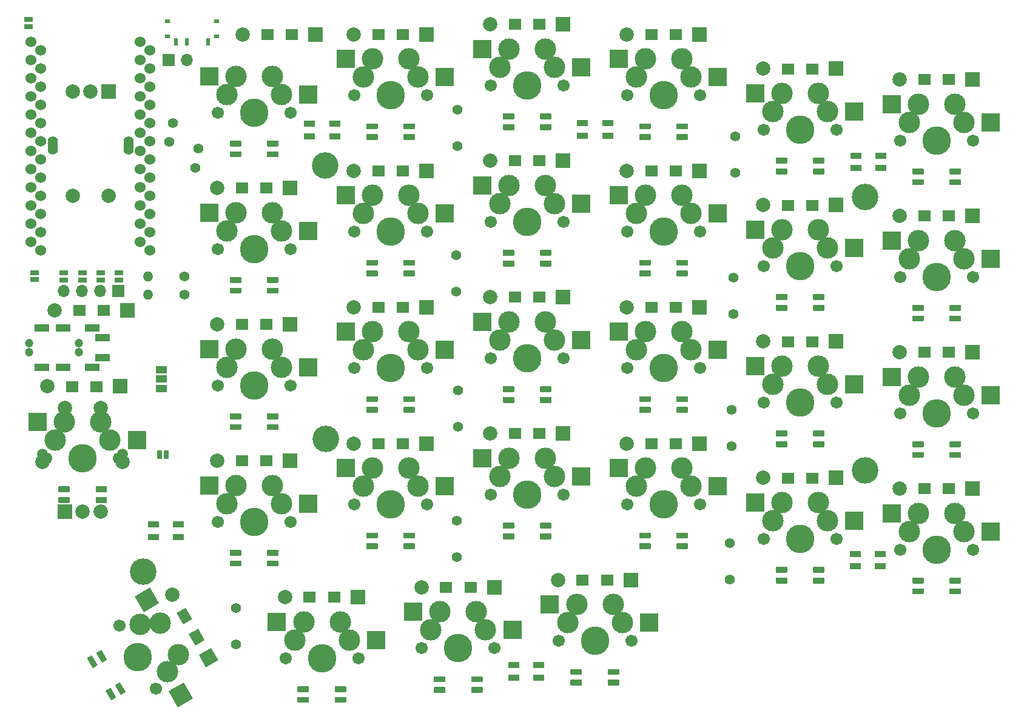
<source format=gts>
%TF.GenerationSoftware,KiCad,Pcbnew,(5.1.9)-1*%
%TF.CreationDate,2021-12-03T15:32:29+01:00*%
%TF.ProjectId,Lotus58_Glow,4c6f7475-7335-4385-9f47-6c6f772e6b69,v1.21*%
%TF.SameCoordinates,Original*%
%TF.FileFunction,Soldermask,Top*%
%TF.FilePolarity,Negative*%
%FSLAX46Y46*%
G04 Gerber Fmt 4.6, Leading zero omitted, Abs format (unit mm)*
G04 Created by KiCad (PCBNEW (5.1.9)-1) date 2021-12-03 15:32:29*
%MOMM*%
%LPD*%
G01*
G04 APERTURE LIST*
%ADD10R,2.000000X2.000000*%
%ADD11C,2.000000*%
%ADD12O,1.400000X2.600000*%
%ADD13C,1.524000*%
%ADD14R,0.800000X0.500000*%
%ADD15R,0.500000X1.000000*%
%ADD16R,1.998980X1.998980*%
%ADD17C,1.998980*%
%ADD18R,1.800000X1.500000*%
%ADD19O,1.700000X1.700000*%
%ADD20R,1.700000X1.700000*%
%ADD21C,1.500000*%
%ADD22R,1.500000X1.000000*%
%ADD23R,1.600000X0.850000*%
%ADD24R,0.635000X1.143000*%
%ADD25R,2.550000X2.500000*%
%ADD26C,1.701800*%
%ADD27C,3.987800*%
%ADD28C,3.000000*%
%ADD29O,1.400000X1.400000*%
%ADD30C,1.400000*%
%ADD31C,1.397000*%
%ADD32R,1.143000X0.635000*%
%ADD33C,3.700000*%
%ADD34C,0.100000*%
%ADD35C,1.200000*%
%ADD36R,2.100000X1.000000*%
G04 APERTURE END LIST*
D10*
X94067000Y-47094000D03*
D11*
X91567000Y-47094000D03*
X89067000Y-47094000D03*
D12*
X96867000Y-54594000D03*
X86267000Y-54594000D03*
D11*
X94067000Y-61594000D03*
X89067000Y-61594000D03*
D13*
X84584815Y-46405745D03*
X99824815Y-64185745D03*
X84584815Y-56565745D03*
X99824815Y-54025745D03*
X99824815Y-48945745D03*
X84584815Y-66725745D03*
X99824815Y-46405745D03*
X99824815Y-41325745D03*
X84584815Y-61645745D03*
X99824815Y-69265745D03*
X84584815Y-54025745D03*
X84584815Y-43865745D03*
X84584815Y-48945745D03*
X84584815Y-51485745D03*
X84584815Y-64185745D03*
X84584815Y-59105745D03*
X99824815Y-61645745D03*
X99824815Y-59105745D03*
X84584815Y-69265745D03*
X99824815Y-66725745D03*
X99824815Y-43865745D03*
X84584815Y-41325745D03*
X99824815Y-56565745D03*
X99824815Y-51485745D03*
X83286000Y-40130000D03*
X83286000Y-42670000D03*
X83286000Y-45210000D03*
X83286000Y-47750000D03*
X83286000Y-50290000D03*
X83286000Y-52830000D03*
X83286000Y-55370000D03*
X83286000Y-57910000D03*
X83286000Y-60450000D03*
X83286000Y-62990000D03*
X83286000Y-65530000D03*
X83286000Y-68070000D03*
X98526000Y-68070000D03*
X98526000Y-65530000D03*
X98526000Y-62990000D03*
X98526000Y-60450000D03*
X98526000Y-57910000D03*
X98526000Y-55370000D03*
X98526000Y-52830000D03*
X98526000Y-50290000D03*
X98526000Y-47750000D03*
X98526000Y-45210000D03*
X98526000Y-42670000D03*
X98526000Y-40130000D03*
D14*
X109180000Y-39350000D03*
X109180000Y-37250000D03*
X102280000Y-37250000D03*
X102280000Y-39350000D03*
D15*
X103480000Y-40150000D03*
X104980000Y-40150000D03*
X107980000Y-40150000D03*
D16*
X96730000Y-77662540D03*
D17*
X86570000Y-77662540D03*
D18*
X93430000Y-77660000D03*
X90030000Y-77660000D03*
D19*
X87820500Y-74943500D03*
X90360500Y-74943500D03*
X92900500Y-74943500D03*
D20*
X95440500Y-74943500D03*
D11*
X96074800Y-98825300D03*
D21*
X96074800Y-97745300D03*
X84874800Y-97745300D03*
D10*
X87974800Y-105785300D03*
D11*
X90474800Y-105785300D03*
X92974800Y-105785300D03*
X87974800Y-91285300D03*
X92974800Y-91285300D03*
X84874800Y-98825300D03*
D22*
X101430000Y-88530000D03*
X101430000Y-87230000D03*
X101430000Y-85930000D03*
D23*
X122138500Y-51576000D03*
X122138500Y-53326000D03*
X125638500Y-51576000D03*
X125638500Y-53326000D03*
X160238500Y-51512500D03*
X160238500Y-53262500D03*
X163738500Y-51512500D03*
X163738500Y-53262500D03*
X198402000Y-56021000D03*
X198402000Y-57771000D03*
X201902000Y-56021000D03*
X201902000Y-57771000D03*
X201775000Y-111647000D03*
X201775000Y-113397000D03*
X198275000Y-113397000D03*
X198275000Y-111647000D03*
X154150000Y-128954500D03*
X154150000Y-127204500D03*
X150650000Y-128954500D03*
X150650000Y-127204500D03*
X100358000Y-107519500D03*
X100358000Y-109269500D03*
X103858000Y-107519500D03*
X103858000Y-109269500D03*
D24*
X101169620Y-97820000D03*
X102170380Y-97820000D03*
D16*
X122960000Y-39107460D03*
D17*
X112800000Y-39107460D03*
D18*
X119660000Y-39110000D03*
X116260000Y-39110000D03*
D25*
X160060000Y-43670000D03*
D26*
X147420000Y-46210000D03*
X157580000Y-46210000D03*
D27*
X152500000Y-46210000D03*
D28*
X148690000Y-43670000D03*
X155040000Y-41130000D03*
D25*
X146210000Y-41130000D03*
D28*
X149960000Y-41130000D03*
X156310000Y-43670000D03*
D29*
X99568000Y-75438000D03*
D30*
X104648000Y-75438000D03*
D29*
X99568000Y-72898000D03*
D30*
X104648000Y-72898000D03*
D19*
X105030000Y-42660000D03*
D20*
X102490000Y-42660000D03*
D31*
X111840000Y-124300000D03*
X111840000Y-119220000D03*
X180830000Y-110120000D03*
X180830000Y-115200000D03*
X142720000Y-106990000D03*
X142720000Y-112070000D03*
X181000000Y-96620000D03*
X181000000Y-91540000D03*
X142820000Y-93900000D03*
X142820000Y-88820000D03*
X181300000Y-78150000D03*
X181300000Y-73070000D03*
X142570000Y-69940000D03*
X142570000Y-75020000D03*
X181540000Y-58440000D03*
X181540000Y-53360000D03*
X142750000Y-54690000D03*
X142750000Y-49610000D03*
G36*
G01*
X163832000Y-129220000D02*
X165268000Y-129220000D01*
G75*
G02*
X165350000Y-129302000I0J-82000D01*
G01*
X165350000Y-129958000D01*
G75*
G02*
X165268000Y-130040000I-82000J0D01*
G01*
X163832000Y-130040000D01*
G75*
G02*
X163750000Y-129958000I0J82000D01*
G01*
X163750000Y-129302000D01*
G75*
G02*
X163832000Y-129220000I82000J0D01*
G01*
G37*
G36*
G01*
X163832000Y-127720000D02*
X165268000Y-127720000D01*
G75*
G02*
X165350000Y-127802000I0J-82000D01*
G01*
X165350000Y-128458000D01*
G75*
G02*
X165268000Y-128540000I-82000J0D01*
G01*
X163832000Y-128540000D01*
G75*
G02*
X163750000Y-128458000I0J82000D01*
G01*
X163750000Y-127802000D01*
G75*
G02*
X163832000Y-127720000I82000J0D01*
G01*
G37*
G36*
G01*
X158632000Y-129220000D02*
X160068000Y-129220000D01*
G75*
G02*
X160150000Y-129302000I0J-82000D01*
G01*
X160150000Y-129958000D01*
G75*
G02*
X160068000Y-130040000I-82000J0D01*
G01*
X158632000Y-130040000D01*
G75*
G02*
X158550000Y-129958000I0J82000D01*
G01*
X158550000Y-129302000D01*
G75*
G02*
X158632000Y-129220000I82000J0D01*
G01*
G37*
G36*
G01*
X158632000Y-127720000D02*
X160068000Y-127720000D01*
G75*
G02*
X160150000Y-127802000I0J-82000D01*
G01*
X160150000Y-128458000D01*
G75*
G02*
X160068000Y-128540000I-82000J0D01*
G01*
X158632000Y-128540000D01*
G75*
G02*
X158550000Y-128458000I0J82000D01*
G01*
X158550000Y-127802000D01*
G75*
G02*
X158632000Y-127720000I82000J0D01*
G01*
G37*
G36*
G01*
X144779700Y-130248300D02*
X146215700Y-130248300D01*
G75*
G02*
X146297700Y-130330300I0J-82000D01*
G01*
X146297700Y-130986300D01*
G75*
G02*
X146215700Y-131068300I-82000J0D01*
G01*
X144779700Y-131068300D01*
G75*
G02*
X144697700Y-130986300I0J82000D01*
G01*
X144697700Y-130330300D01*
G75*
G02*
X144779700Y-130248300I82000J0D01*
G01*
G37*
G36*
G01*
X144779700Y-128748300D02*
X146215700Y-128748300D01*
G75*
G02*
X146297700Y-128830300I0J-82000D01*
G01*
X146297700Y-129486300D01*
G75*
G02*
X146215700Y-129568300I-82000J0D01*
G01*
X144779700Y-129568300D01*
G75*
G02*
X144697700Y-129486300I0J82000D01*
G01*
X144697700Y-128830300D01*
G75*
G02*
X144779700Y-128748300I82000J0D01*
G01*
G37*
G36*
G01*
X139579700Y-130248300D02*
X141015700Y-130248300D01*
G75*
G02*
X141097700Y-130330300I0J-82000D01*
G01*
X141097700Y-130986300D01*
G75*
G02*
X141015700Y-131068300I-82000J0D01*
G01*
X139579700Y-131068300D01*
G75*
G02*
X139497700Y-130986300I0J82000D01*
G01*
X139497700Y-130330300D01*
G75*
G02*
X139579700Y-130248300I82000J0D01*
G01*
G37*
G36*
G01*
X139579700Y-128748300D02*
X141015700Y-128748300D01*
G75*
G02*
X141097700Y-128830300I0J-82000D01*
G01*
X141097700Y-129486300D01*
G75*
G02*
X141015700Y-129568300I-82000J0D01*
G01*
X139579700Y-129568300D01*
G75*
G02*
X139497700Y-129486300I0J82000D01*
G01*
X139497700Y-128830300D01*
G75*
G02*
X139579700Y-128748300I82000J0D01*
G01*
G37*
G36*
G01*
X125732000Y-131620000D02*
X127168000Y-131620000D01*
G75*
G02*
X127250000Y-131702000I0J-82000D01*
G01*
X127250000Y-132358000D01*
G75*
G02*
X127168000Y-132440000I-82000J0D01*
G01*
X125732000Y-132440000D01*
G75*
G02*
X125650000Y-132358000I0J82000D01*
G01*
X125650000Y-131702000D01*
G75*
G02*
X125732000Y-131620000I82000J0D01*
G01*
G37*
G36*
G01*
X125732000Y-130120000D02*
X127168000Y-130120000D01*
G75*
G02*
X127250000Y-130202000I0J-82000D01*
G01*
X127250000Y-130858000D01*
G75*
G02*
X127168000Y-130940000I-82000J0D01*
G01*
X125732000Y-130940000D01*
G75*
G02*
X125650000Y-130858000I0J82000D01*
G01*
X125650000Y-130202000D01*
G75*
G02*
X125732000Y-130120000I82000J0D01*
G01*
G37*
G36*
G01*
X120532000Y-131620000D02*
X121968000Y-131620000D01*
G75*
G02*
X122050000Y-131702000I0J-82000D01*
G01*
X122050000Y-132358000D01*
G75*
G02*
X121968000Y-132440000I-82000J0D01*
G01*
X120532000Y-132440000D01*
G75*
G02*
X120450000Y-132358000I0J82000D01*
G01*
X120450000Y-131702000D01*
G75*
G02*
X120532000Y-131620000I82000J0D01*
G01*
G37*
G36*
G01*
X120532000Y-130120000D02*
X121968000Y-130120000D01*
G75*
G02*
X122050000Y-130202000I0J-82000D01*
G01*
X122050000Y-130858000D01*
G75*
G02*
X121968000Y-130940000I-82000J0D01*
G01*
X120532000Y-130940000D01*
G75*
G02*
X120450000Y-130858000I0J82000D01*
G01*
X120450000Y-130202000D01*
G75*
G02*
X120532000Y-130120000I82000J0D01*
G01*
G37*
G36*
G01*
X94418142Y-130387359D02*
X95136142Y-131630971D01*
G75*
G02*
X95106128Y-131742985I-71014J-41000D01*
G01*
X94538016Y-132070985D01*
G75*
G02*
X94426002Y-132040971I-41000J71014D01*
G01*
X93708002Y-130797359D01*
G75*
G02*
X93738016Y-130685345I71014J41000D01*
G01*
X94306128Y-130357345D01*
G75*
G02*
X94418142Y-130387359I41000J-71014D01*
G01*
G37*
G36*
G01*
X95717180Y-129637359D02*
X96435180Y-130880971D01*
G75*
G02*
X96405166Y-130992985I-71014J-41000D01*
G01*
X95837054Y-131320985D01*
G75*
G02*
X95725040Y-131290971I-41000J71014D01*
G01*
X95007040Y-130047359D01*
G75*
G02*
X95037054Y-129935345I71014J41000D01*
G01*
X95605166Y-129607345D01*
G75*
G02*
X95717180Y-129637359I41000J-71014D01*
G01*
G37*
G36*
G01*
X91818142Y-125884027D02*
X92536142Y-127127639D01*
G75*
G02*
X92506128Y-127239653I-71014J-41000D01*
G01*
X91938016Y-127567653D01*
G75*
G02*
X91826002Y-127537639I-41000J71014D01*
G01*
X91108002Y-126294027D01*
G75*
G02*
X91138016Y-126182013I71014J41000D01*
G01*
X91706128Y-125854013D01*
G75*
G02*
X91818142Y-125884027I41000J-71014D01*
G01*
G37*
G36*
G01*
X93117180Y-125134027D02*
X93835180Y-126377639D01*
G75*
G02*
X93805166Y-126489653I-71014J-41000D01*
G01*
X93237054Y-126817653D01*
G75*
G02*
X93125040Y-126787639I-41000J71014D01*
G01*
X92407040Y-125544027D01*
G75*
G02*
X92437054Y-125432013I71014J41000D01*
G01*
X93005166Y-125104013D01*
G75*
G02*
X93117180Y-125134027I41000J-71014D01*
G01*
G37*
G36*
G01*
X88592800Y-103025300D02*
X87156800Y-103025300D01*
G75*
G02*
X87074800Y-102943300I0J82000D01*
G01*
X87074800Y-102287300D01*
G75*
G02*
X87156800Y-102205300I82000J0D01*
G01*
X88592800Y-102205300D01*
G75*
G02*
X88674800Y-102287300I0J-82000D01*
G01*
X88674800Y-102943300D01*
G75*
G02*
X88592800Y-103025300I-82000J0D01*
G01*
G37*
G36*
G01*
X88592800Y-104525300D02*
X87156800Y-104525300D01*
G75*
G02*
X87074800Y-104443300I0J82000D01*
G01*
X87074800Y-103787300D01*
G75*
G02*
X87156800Y-103705300I82000J0D01*
G01*
X88592800Y-103705300D01*
G75*
G02*
X88674800Y-103787300I0J-82000D01*
G01*
X88674800Y-104443300D01*
G75*
G02*
X88592800Y-104525300I-82000J0D01*
G01*
G37*
G36*
G01*
X93792800Y-103025300D02*
X92356800Y-103025300D01*
G75*
G02*
X92274800Y-102943300I0J82000D01*
G01*
X92274800Y-102287300D01*
G75*
G02*
X92356800Y-102205300I82000J0D01*
G01*
X93792800Y-102205300D01*
G75*
G02*
X93874800Y-102287300I0J-82000D01*
G01*
X93874800Y-102943300D01*
G75*
G02*
X93792800Y-103025300I-82000J0D01*
G01*
G37*
G36*
G01*
X93792800Y-104525300D02*
X92356800Y-104525300D01*
G75*
G02*
X92274800Y-104443300I0J82000D01*
G01*
X92274800Y-103787300D01*
G75*
G02*
X92356800Y-103705300I82000J0D01*
G01*
X93792800Y-103705300D01*
G75*
G02*
X93874800Y-103787300I0J-82000D01*
G01*
X93874800Y-104443300D01*
G75*
G02*
X93792800Y-104525300I-82000J0D01*
G01*
G37*
G36*
G01*
X207768000Y-115790000D02*
X206332000Y-115790000D01*
G75*
G02*
X206250000Y-115708000I0J82000D01*
G01*
X206250000Y-115052000D01*
G75*
G02*
X206332000Y-114970000I82000J0D01*
G01*
X207768000Y-114970000D01*
G75*
G02*
X207850000Y-115052000I0J-82000D01*
G01*
X207850000Y-115708000D01*
G75*
G02*
X207768000Y-115790000I-82000J0D01*
G01*
G37*
G36*
G01*
X207768000Y-117290000D02*
X206332000Y-117290000D01*
G75*
G02*
X206250000Y-117208000I0J82000D01*
G01*
X206250000Y-116552000D01*
G75*
G02*
X206332000Y-116470000I82000J0D01*
G01*
X207768000Y-116470000D01*
G75*
G02*
X207850000Y-116552000I0J-82000D01*
G01*
X207850000Y-117208000D01*
G75*
G02*
X207768000Y-117290000I-82000J0D01*
G01*
G37*
G36*
G01*
X212968000Y-115790000D02*
X211532000Y-115790000D01*
G75*
G02*
X211450000Y-115708000I0J82000D01*
G01*
X211450000Y-115052000D01*
G75*
G02*
X211532000Y-114970000I82000J0D01*
G01*
X212968000Y-114970000D01*
G75*
G02*
X213050000Y-115052000I0J-82000D01*
G01*
X213050000Y-115708000D01*
G75*
G02*
X212968000Y-115790000I-82000J0D01*
G01*
G37*
G36*
G01*
X212968000Y-117290000D02*
X211532000Y-117290000D01*
G75*
G02*
X211450000Y-117208000I0J82000D01*
G01*
X211450000Y-116552000D01*
G75*
G02*
X211532000Y-116470000I82000J0D01*
G01*
X212968000Y-116470000D01*
G75*
G02*
X213050000Y-116552000I0J-82000D01*
G01*
X213050000Y-117208000D01*
G75*
G02*
X212968000Y-117290000I-82000J0D01*
G01*
G37*
G36*
G01*
X188718000Y-114290000D02*
X187282000Y-114290000D01*
G75*
G02*
X187200000Y-114208000I0J82000D01*
G01*
X187200000Y-113552000D01*
G75*
G02*
X187282000Y-113470000I82000J0D01*
G01*
X188718000Y-113470000D01*
G75*
G02*
X188800000Y-113552000I0J-82000D01*
G01*
X188800000Y-114208000D01*
G75*
G02*
X188718000Y-114290000I-82000J0D01*
G01*
G37*
G36*
G01*
X188718000Y-115790000D02*
X187282000Y-115790000D01*
G75*
G02*
X187200000Y-115708000I0J82000D01*
G01*
X187200000Y-115052000D01*
G75*
G02*
X187282000Y-114970000I82000J0D01*
G01*
X188718000Y-114970000D01*
G75*
G02*
X188800000Y-115052000I0J-82000D01*
G01*
X188800000Y-115708000D01*
G75*
G02*
X188718000Y-115790000I-82000J0D01*
G01*
G37*
G36*
G01*
X193918000Y-114290000D02*
X192482000Y-114290000D01*
G75*
G02*
X192400000Y-114208000I0J82000D01*
G01*
X192400000Y-113552000D01*
G75*
G02*
X192482000Y-113470000I82000J0D01*
G01*
X193918000Y-113470000D01*
G75*
G02*
X194000000Y-113552000I0J-82000D01*
G01*
X194000000Y-114208000D01*
G75*
G02*
X193918000Y-114290000I-82000J0D01*
G01*
G37*
G36*
G01*
X193918000Y-115790000D02*
X192482000Y-115790000D01*
G75*
G02*
X192400000Y-115708000I0J82000D01*
G01*
X192400000Y-115052000D01*
G75*
G02*
X192482000Y-114970000I82000J0D01*
G01*
X193918000Y-114970000D01*
G75*
G02*
X194000000Y-115052000I0J-82000D01*
G01*
X194000000Y-115708000D01*
G75*
G02*
X193918000Y-115790000I-82000J0D01*
G01*
G37*
G36*
G01*
X169668000Y-109490000D02*
X168232000Y-109490000D01*
G75*
G02*
X168150000Y-109408000I0J82000D01*
G01*
X168150000Y-108752000D01*
G75*
G02*
X168232000Y-108670000I82000J0D01*
G01*
X169668000Y-108670000D01*
G75*
G02*
X169750000Y-108752000I0J-82000D01*
G01*
X169750000Y-109408000D01*
G75*
G02*
X169668000Y-109490000I-82000J0D01*
G01*
G37*
G36*
G01*
X169668000Y-110990000D02*
X168232000Y-110990000D01*
G75*
G02*
X168150000Y-110908000I0J82000D01*
G01*
X168150000Y-110252000D01*
G75*
G02*
X168232000Y-110170000I82000J0D01*
G01*
X169668000Y-110170000D01*
G75*
G02*
X169750000Y-110252000I0J-82000D01*
G01*
X169750000Y-110908000D01*
G75*
G02*
X169668000Y-110990000I-82000J0D01*
G01*
G37*
G36*
G01*
X174868000Y-109490000D02*
X173432000Y-109490000D01*
G75*
G02*
X173350000Y-109408000I0J82000D01*
G01*
X173350000Y-108752000D01*
G75*
G02*
X173432000Y-108670000I82000J0D01*
G01*
X174868000Y-108670000D01*
G75*
G02*
X174950000Y-108752000I0J-82000D01*
G01*
X174950000Y-109408000D01*
G75*
G02*
X174868000Y-109490000I-82000J0D01*
G01*
G37*
G36*
G01*
X174868000Y-110990000D02*
X173432000Y-110990000D01*
G75*
G02*
X173350000Y-110908000I0J82000D01*
G01*
X173350000Y-110252000D01*
G75*
G02*
X173432000Y-110170000I82000J0D01*
G01*
X174868000Y-110170000D01*
G75*
G02*
X174950000Y-110252000I0J-82000D01*
G01*
X174950000Y-110908000D01*
G75*
G02*
X174868000Y-110990000I-82000J0D01*
G01*
G37*
G36*
G01*
X150618000Y-108100000D02*
X149182000Y-108100000D01*
G75*
G02*
X149100000Y-108018000I0J82000D01*
G01*
X149100000Y-107362000D01*
G75*
G02*
X149182000Y-107280000I82000J0D01*
G01*
X150618000Y-107280000D01*
G75*
G02*
X150700000Y-107362000I0J-82000D01*
G01*
X150700000Y-108018000D01*
G75*
G02*
X150618000Y-108100000I-82000J0D01*
G01*
G37*
G36*
G01*
X150618000Y-109600000D02*
X149182000Y-109600000D01*
G75*
G02*
X149100000Y-109518000I0J82000D01*
G01*
X149100000Y-108862000D01*
G75*
G02*
X149182000Y-108780000I82000J0D01*
G01*
X150618000Y-108780000D01*
G75*
G02*
X150700000Y-108862000I0J-82000D01*
G01*
X150700000Y-109518000D01*
G75*
G02*
X150618000Y-109600000I-82000J0D01*
G01*
G37*
G36*
G01*
X155818000Y-108100000D02*
X154382000Y-108100000D01*
G75*
G02*
X154300000Y-108018000I0J82000D01*
G01*
X154300000Y-107362000D01*
G75*
G02*
X154382000Y-107280000I82000J0D01*
G01*
X155818000Y-107280000D01*
G75*
G02*
X155900000Y-107362000I0J-82000D01*
G01*
X155900000Y-108018000D01*
G75*
G02*
X155818000Y-108100000I-82000J0D01*
G01*
G37*
G36*
G01*
X155818000Y-109600000D02*
X154382000Y-109600000D01*
G75*
G02*
X154300000Y-109518000I0J82000D01*
G01*
X154300000Y-108862000D01*
G75*
G02*
X154382000Y-108780000I82000J0D01*
G01*
X155818000Y-108780000D01*
G75*
G02*
X155900000Y-108862000I0J-82000D01*
G01*
X155900000Y-109518000D01*
G75*
G02*
X155818000Y-109600000I-82000J0D01*
G01*
G37*
G36*
G01*
X131568000Y-109490000D02*
X130132000Y-109490000D01*
G75*
G02*
X130050000Y-109408000I0J82000D01*
G01*
X130050000Y-108752000D01*
G75*
G02*
X130132000Y-108670000I82000J0D01*
G01*
X131568000Y-108670000D01*
G75*
G02*
X131650000Y-108752000I0J-82000D01*
G01*
X131650000Y-109408000D01*
G75*
G02*
X131568000Y-109490000I-82000J0D01*
G01*
G37*
G36*
G01*
X131568000Y-110990000D02*
X130132000Y-110990000D01*
G75*
G02*
X130050000Y-110908000I0J82000D01*
G01*
X130050000Y-110252000D01*
G75*
G02*
X130132000Y-110170000I82000J0D01*
G01*
X131568000Y-110170000D01*
G75*
G02*
X131650000Y-110252000I0J-82000D01*
G01*
X131650000Y-110908000D01*
G75*
G02*
X131568000Y-110990000I-82000J0D01*
G01*
G37*
G36*
G01*
X136768000Y-109490000D02*
X135332000Y-109490000D01*
G75*
G02*
X135250000Y-109408000I0J82000D01*
G01*
X135250000Y-108752000D01*
G75*
G02*
X135332000Y-108670000I82000J0D01*
G01*
X136768000Y-108670000D01*
G75*
G02*
X136850000Y-108752000I0J-82000D01*
G01*
X136850000Y-109408000D01*
G75*
G02*
X136768000Y-109490000I-82000J0D01*
G01*
G37*
G36*
G01*
X136768000Y-110990000D02*
X135332000Y-110990000D01*
G75*
G02*
X135250000Y-110908000I0J82000D01*
G01*
X135250000Y-110252000D01*
G75*
G02*
X135332000Y-110170000I82000J0D01*
G01*
X136768000Y-110170000D01*
G75*
G02*
X136850000Y-110252000I0J-82000D01*
G01*
X136850000Y-110908000D01*
G75*
G02*
X136768000Y-110990000I-82000J0D01*
G01*
G37*
G36*
G01*
X112518000Y-111890000D02*
X111082000Y-111890000D01*
G75*
G02*
X111000000Y-111808000I0J82000D01*
G01*
X111000000Y-111152000D01*
G75*
G02*
X111082000Y-111070000I82000J0D01*
G01*
X112518000Y-111070000D01*
G75*
G02*
X112600000Y-111152000I0J-82000D01*
G01*
X112600000Y-111808000D01*
G75*
G02*
X112518000Y-111890000I-82000J0D01*
G01*
G37*
G36*
G01*
X112518000Y-113390000D02*
X111082000Y-113390000D01*
G75*
G02*
X111000000Y-113308000I0J82000D01*
G01*
X111000000Y-112652000D01*
G75*
G02*
X111082000Y-112570000I82000J0D01*
G01*
X112518000Y-112570000D01*
G75*
G02*
X112600000Y-112652000I0J-82000D01*
G01*
X112600000Y-113308000D01*
G75*
G02*
X112518000Y-113390000I-82000J0D01*
G01*
G37*
G36*
G01*
X117718000Y-111890000D02*
X116282000Y-111890000D01*
G75*
G02*
X116200000Y-111808000I0J82000D01*
G01*
X116200000Y-111152000D01*
G75*
G02*
X116282000Y-111070000I82000J0D01*
G01*
X117718000Y-111070000D01*
G75*
G02*
X117800000Y-111152000I0J-82000D01*
G01*
X117800000Y-111808000D01*
G75*
G02*
X117718000Y-111890000I-82000J0D01*
G01*
G37*
G36*
G01*
X117718000Y-113390000D02*
X116282000Y-113390000D01*
G75*
G02*
X116200000Y-113308000I0J82000D01*
G01*
X116200000Y-112652000D01*
G75*
G02*
X116282000Y-112570000I82000J0D01*
G01*
X117718000Y-112570000D01*
G75*
G02*
X117800000Y-112652000I0J-82000D01*
G01*
X117800000Y-113308000D01*
G75*
G02*
X117718000Y-113390000I-82000J0D01*
G01*
G37*
G36*
G01*
X211532000Y-97420000D02*
X212968000Y-97420000D01*
G75*
G02*
X213050000Y-97502000I0J-82000D01*
G01*
X213050000Y-98158000D01*
G75*
G02*
X212968000Y-98240000I-82000J0D01*
G01*
X211532000Y-98240000D01*
G75*
G02*
X211450000Y-98158000I0J82000D01*
G01*
X211450000Y-97502000D01*
G75*
G02*
X211532000Y-97420000I82000J0D01*
G01*
G37*
G36*
G01*
X211532000Y-95920000D02*
X212968000Y-95920000D01*
G75*
G02*
X213050000Y-96002000I0J-82000D01*
G01*
X213050000Y-96658000D01*
G75*
G02*
X212968000Y-96740000I-82000J0D01*
G01*
X211532000Y-96740000D01*
G75*
G02*
X211450000Y-96658000I0J82000D01*
G01*
X211450000Y-96002000D01*
G75*
G02*
X211532000Y-95920000I82000J0D01*
G01*
G37*
G36*
G01*
X206332000Y-97420000D02*
X207768000Y-97420000D01*
G75*
G02*
X207850000Y-97502000I0J-82000D01*
G01*
X207850000Y-98158000D01*
G75*
G02*
X207768000Y-98240000I-82000J0D01*
G01*
X206332000Y-98240000D01*
G75*
G02*
X206250000Y-98158000I0J82000D01*
G01*
X206250000Y-97502000D01*
G75*
G02*
X206332000Y-97420000I82000J0D01*
G01*
G37*
G36*
G01*
X206332000Y-95920000D02*
X207768000Y-95920000D01*
G75*
G02*
X207850000Y-96002000I0J-82000D01*
G01*
X207850000Y-96658000D01*
G75*
G02*
X207768000Y-96740000I-82000J0D01*
G01*
X206332000Y-96740000D01*
G75*
G02*
X206250000Y-96658000I0J82000D01*
G01*
X206250000Y-96002000D01*
G75*
G02*
X206332000Y-95920000I82000J0D01*
G01*
G37*
G36*
G01*
X192482000Y-95920000D02*
X193918000Y-95920000D01*
G75*
G02*
X194000000Y-96002000I0J-82000D01*
G01*
X194000000Y-96658000D01*
G75*
G02*
X193918000Y-96740000I-82000J0D01*
G01*
X192482000Y-96740000D01*
G75*
G02*
X192400000Y-96658000I0J82000D01*
G01*
X192400000Y-96002000D01*
G75*
G02*
X192482000Y-95920000I82000J0D01*
G01*
G37*
G36*
G01*
X192482000Y-94420000D02*
X193918000Y-94420000D01*
G75*
G02*
X194000000Y-94502000I0J-82000D01*
G01*
X194000000Y-95158000D01*
G75*
G02*
X193918000Y-95240000I-82000J0D01*
G01*
X192482000Y-95240000D01*
G75*
G02*
X192400000Y-95158000I0J82000D01*
G01*
X192400000Y-94502000D01*
G75*
G02*
X192482000Y-94420000I82000J0D01*
G01*
G37*
G36*
G01*
X187282000Y-95920000D02*
X188718000Y-95920000D01*
G75*
G02*
X188800000Y-96002000I0J-82000D01*
G01*
X188800000Y-96658000D01*
G75*
G02*
X188718000Y-96740000I-82000J0D01*
G01*
X187282000Y-96740000D01*
G75*
G02*
X187200000Y-96658000I0J82000D01*
G01*
X187200000Y-96002000D01*
G75*
G02*
X187282000Y-95920000I82000J0D01*
G01*
G37*
G36*
G01*
X187282000Y-94420000D02*
X188718000Y-94420000D01*
G75*
G02*
X188800000Y-94502000I0J-82000D01*
G01*
X188800000Y-95158000D01*
G75*
G02*
X188718000Y-95240000I-82000J0D01*
G01*
X187282000Y-95240000D01*
G75*
G02*
X187200000Y-95158000I0J82000D01*
G01*
X187200000Y-94502000D01*
G75*
G02*
X187282000Y-94420000I82000J0D01*
G01*
G37*
G36*
G01*
X173432000Y-91120000D02*
X174868000Y-91120000D01*
G75*
G02*
X174950000Y-91202000I0J-82000D01*
G01*
X174950000Y-91858000D01*
G75*
G02*
X174868000Y-91940000I-82000J0D01*
G01*
X173432000Y-91940000D01*
G75*
G02*
X173350000Y-91858000I0J82000D01*
G01*
X173350000Y-91202000D01*
G75*
G02*
X173432000Y-91120000I82000J0D01*
G01*
G37*
G36*
G01*
X173432000Y-89620000D02*
X174868000Y-89620000D01*
G75*
G02*
X174950000Y-89702000I0J-82000D01*
G01*
X174950000Y-90358000D01*
G75*
G02*
X174868000Y-90440000I-82000J0D01*
G01*
X173432000Y-90440000D01*
G75*
G02*
X173350000Y-90358000I0J82000D01*
G01*
X173350000Y-89702000D01*
G75*
G02*
X173432000Y-89620000I82000J0D01*
G01*
G37*
G36*
G01*
X168232000Y-91120000D02*
X169668000Y-91120000D01*
G75*
G02*
X169750000Y-91202000I0J-82000D01*
G01*
X169750000Y-91858000D01*
G75*
G02*
X169668000Y-91940000I-82000J0D01*
G01*
X168232000Y-91940000D01*
G75*
G02*
X168150000Y-91858000I0J82000D01*
G01*
X168150000Y-91202000D01*
G75*
G02*
X168232000Y-91120000I82000J0D01*
G01*
G37*
G36*
G01*
X168232000Y-89620000D02*
X169668000Y-89620000D01*
G75*
G02*
X169750000Y-89702000I0J-82000D01*
G01*
X169750000Y-90358000D01*
G75*
G02*
X169668000Y-90440000I-82000J0D01*
G01*
X168232000Y-90440000D01*
G75*
G02*
X168150000Y-90358000I0J82000D01*
G01*
X168150000Y-89702000D01*
G75*
G02*
X168232000Y-89620000I82000J0D01*
G01*
G37*
G36*
G01*
X154382000Y-89730000D02*
X155818000Y-89730000D01*
G75*
G02*
X155900000Y-89812000I0J-82000D01*
G01*
X155900000Y-90468000D01*
G75*
G02*
X155818000Y-90550000I-82000J0D01*
G01*
X154382000Y-90550000D01*
G75*
G02*
X154300000Y-90468000I0J82000D01*
G01*
X154300000Y-89812000D01*
G75*
G02*
X154382000Y-89730000I82000J0D01*
G01*
G37*
G36*
G01*
X154382000Y-88230000D02*
X155818000Y-88230000D01*
G75*
G02*
X155900000Y-88312000I0J-82000D01*
G01*
X155900000Y-88968000D01*
G75*
G02*
X155818000Y-89050000I-82000J0D01*
G01*
X154382000Y-89050000D01*
G75*
G02*
X154300000Y-88968000I0J82000D01*
G01*
X154300000Y-88312000D01*
G75*
G02*
X154382000Y-88230000I82000J0D01*
G01*
G37*
G36*
G01*
X149182000Y-89730000D02*
X150618000Y-89730000D01*
G75*
G02*
X150700000Y-89812000I0J-82000D01*
G01*
X150700000Y-90468000D01*
G75*
G02*
X150618000Y-90550000I-82000J0D01*
G01*
X149182000Y-90550000D01*
G75*
G02*
X149100000Y-90468000I0J82000D01*
G01*
X149100000Y-89812000D01*
G75*
G02*
X149182000Y-89730000I82000J0D01*
G01*
G37*
G36*
G01*
X149182000Y-88230000D02*
X150618000Y-88230000D01*
G75*
G02*
X150700000Y-88312000I0J-82000D01*
G01*
X150700000Y-88968000D01*
G75*
G02*
X150618000Y-89050000I-82000J0D01*
G01*
X149182000Y-89050000D01*
G75*
G02*
X149100000Y-88968000I0J82000D01*
G01*
X149100000Y-88312000D01*
G75*
G02*
X149182000Y-88230000I82000J0D01*
G01*
G37*
G36*
G01*
X135332000Y-91120000D02*
X136768000Y-91120000D01*
G75*
G02*
X136850000Y-91202000I0J-82000D01*
G01*
X136850000Y-91858000D01*
G75*
G02*
X136768000Y-91940000I-82000J0D01*
G01*
X135332000Y-91940000D01*
G75*
G02*
X135250000Y-91858000I0J82000D01*
G01*
X135250000Y-91202000D01*
G75*
G02*
X135332000Y-91120000I82000J0D01*
G01*
G37*
G36*
G01*
X135332000Y-89620000D02*
X136768000Y-89620000D01*
G75*
G02*
X136850000Y-89702000I0J-82000D01*
G01*
X136850000Y-90358000D01*
G75*
G02*
X136768000Y-90440000I-82000J0D01*
G01*
X135332000Y-90440000D01*
G75*
G02*
X135250000Y-90358000I0J82000D01*
G01*
X135250000Y-89702000D01*
G75*
G02*
X135332000Y-89620000I82000J0D01*
G01*
G37*
G36*
G01*
X130132000Y-91120000D02*
X131568000Y-91120000D01*
G75*
G02*
X131650000Y-91202000I0J-82000D01*
G01*
X131650000Y-91858000D01*
G75*
G02*
X131568000Y-91940000I-82000J0D01*
G01*
X130132000Y-91940000D01*
G75*
G02*
X130050000Y-91858000I0J82000D01*
G01*
X130050000Y-91202000D01*
G75*
G02*
X130132000Y-91120000I82000J0D01*
G01*
G37*
G36*
G01*
X130132000Y-89620000D02*
X131568000Y-89620000D01*
G75*
G02*
X131650000Y-89702000I0J-82000D01*
G01*
X131650000Y-90358000D01*
G75*
G02*
X131568000Y-90440000I-82000J0D01*
G01*
X130132000Y-90440000D01*
G75*
G02*
X130050000Y-90358000I0J82000D01*
G01*
X130050000Y-89702000D01*
G75*
G02*
X130132000Y-89620000I82000J0D01*
G01*
G37*
G36*
G01*
X116282000Y-93520000D02*
X117718000Y-93520000D01*
G75*
G02*
X117800000Y-93602000I0J-82000D01*
G01*
X117800000Y-94258000D01*
G75*
G02*
X117718000Y-94340000I-82000J0D01*
G01*
X116282000Y-94340000D01*
G75*
G02*
X116200000Y-94258000I0J82000D01*
G01*
X116200000Y-93602000D01*
G75*
G02*
X116282000Y-93520000I82000J0D01*
G01*
G37*
G36*
G01*
X116282000Y-92020000D02*
X117718000Y-92020000D01*
G75*
G02*
X117800000Y-92102000I0J-82000D01*
G01*
X117800000Y-92758000D01*
G75*
G02*
X117718000Y-92840000I-82000J0D01*
G01*
X116282000Y-92840000D01*
G75*
G02*
X116200000Y-92758000I0J82000D01*
G01*
X116200000Y-92102000D01*
G75*
G02*
X116282000Y-92020000I82000J0D01*
G01*
G37*
G36*
G01*
X111082000Y-93520000D02*
X112518000Y-93520000D01*
G75*
G02*
X112600000Y-93602000I0J-82000D01*
G01*
X112600000Y-94258000D01*
G75*
G02*
X112518000Y-94340000I-82000J0D01*
G01*
X111082000Y-94340000D01*
G75*
G02*
X111000000Y-94258000I0J82000D01*
G01*
X111000000Y-93602000D01*
G75*
G02*
X111082000Y-93520000I82000J0D01*
G01*
G37*
G36*
G01*
X111082000Y-92020000D02*
X112518000Y-92020000D01*
G75*
G02*
X112600000Y-92102000I0J-82000D01*
G01*
X112600000Y-92758000D01*
G75*
G02*
X112518000Y-92840000I-82000J0D01*
G01*
X111082000Y-92840000D01*
G75*
G02*
X111000000Y-92758000I0J82000D01*
G01*
X111000000Y-92102000D01*
G75*
G02*
X111082000Y-92020000I82000J0D01*
G01*
G37*
G36*
G01*
X207768000Y-77690000D02*
X206332000Y-77690000D01*
G75*
G02*
X206250000Y-77608000I0J82000D01*
G01*
X206250000Y-76952000D01*
G75*
G02*
X206332000Y-76870000I82000J0D01*
G01*
X207768000Y-76870000D01*
G75*
G02*
X207850000Y-76952000I0J-82000D01*
G01*
X207850000Y-77608000D01*
G75*
G02*
X207768000Y-77690000I-82000J0D01*
G01*
G37*
G36*
G01*
X207768000Y-79190000D02*
X206332000Y-79190000D01*
G75*
G02*
X206250000Y-79108000I0J82000D01*
G01*
X206250000Y-78452000D01*
G75*
G02*
X206332000Y-78370000I82000J0D01*
G01*
X207768000Y-78370000D01*
G75*
G02*
X207850000Y-78452000I0J-82000D01*
G01*
X207850000Y-79108000D01*
G75*
G02*
X207768000Y-79190000I-82000J0D01*
G01*
G37*
G36*
G01*
X212968000Y-77690000D02*
X211532000Y-77690000D01*
G75*
G02*
X211450000Y-77608000I0J82000D01*
G01*
X211450000Y-76952000D01*
G75*
G02*
X211532000Y-76870000I82000J0D01*
G01*
X212968000Y-76870000D01*
G75*
G02*
X213050000Y-76952000I0J-82000D01*
G01*
X213050000Y-77608000D01*
G75*
G02*
X212968000Y-77690000I-82000J0D01*
G01*
G37*
G36*
G01*
X212968000Y-79190000D02*
X211532000Y-79190000D01*
G75*
G02*
X211450000Y-79108000I0J82000D01*
G01*
X211450000Y-78452000D01*
G75*
G02*
X211532000Y-78370000I82000J0D01*
G01*
X212968000Y-78370000D01*
G75*
G02*
X213050000Y-78452000I0J-82000D01*
G01*
X213050000Y-79108000D01*
G75*
G02*
X212968000Y-79190000I-82000J0D01*
G01*
G37*
G36*
G01*
X188718000Y-76190000D02*
X187282000Y-76190000D01*
G75*
G02*
X187200000Y-76108000I0J82000D01*
G01*
X187200000Y-75452000D01*
G75*
G02*
X187282000Y-75370000I82000J0D01*
G01*
X188718000Y-75370000D01*
G75*
G02*
X188800000Y-75452000I0J-82000D01*
G01*
X188800000Y-76108000D01*
G75*
G02*
X188718000Y-76190000I-82000J0D01*
G01*
G37*
G36*
G01*
X188718000Y-77690000D02*
X187282000Y-77690000D01*
G75*
G02*
X187200000Y-77608000I0J82000D01*
G01*
X187200000Y-76952000D01*
G75*
G02*
X187282000Y-76870000I82000J0D01*
G01*
X188718000Y-76870000D01*
G75*
G02*
X188800000Y-76952000I0J-82000D01*
G01*
X188800000Y-77608000D01*
G75*
G02*
X188718000Y-77690000I-82000J0D01*
G01*
G37*
G36*
G01*
X193918000Y-76190000D02*
X192482000Y-76190000D01*
G75*
G02*
X192400000Y-76108000I0J82000D01*
G01*
X192400000Y-75452000D01*
G75*
G02*
X192482000Y-75370000I82000J0D01*
G01*
X193918000Y-75370000D01*
G75*
G02*
X194000000Y-75452000I0J-82000D01*
G01*
X194000000Y-76108000D01*
G75*
G02*
X193918000Y-76190000I-82000J0D01*
G01*
G37*
G36*
G01*
X193918000Y-77690000D02*
X192482000Y-77690000D01*
G75*
G02*
X192400000Y-77608000I0J82000D01*
G01*
X192400000Y-76952000D01*
G75*
G02*
X192482000Y-76870000I82000J0D01*
G01*
X193918000Y-76870000D01*
G75*
G02*
X194000000Y-76952000I0J-82000D01*
G01*
X194000000Y-77608000D01*
G75*
G02*
X193918000Y-77690000I-82000J0D01*
G01*
G37*
G36*
G01*
X169668000Y-71390000D02*
X168232000Y-71390000D01*
G75*
G02*
X168150000Y-71308000I0J82000D01*
G01*
X168150000Y-70652000D01*
G75*
G02*
X168232000Y-70570000I82000J0D01*
G01*
X169668000Y-70570000D01*
G75*
G02*
X169750000Y-70652000I0J-82000D01*
G01*
X169750000Y-71308000D01*
G75*
G02*
X169668000Y-71390000I-82000J0D01*
G01*
G37*
G36*
G01*
X169668000Y-72890000D02*
X168232000Y-72890000D01*
G75*
G02*
X168150000Y-72808000I0J82000D01*
G01*
X168150000Y-72152000D01*
G75*
G02*
X168232000Y-72070000I82000J0D01*
G01*
X169668000Y-72070000D01*
G75*
G02*
X169750000Y-72152000I0J-82000D01*
G01*
X169750000Y-72808000D01*
G75*
G02*
X169668000Y-72890000I-82000J0D01*
G01*
G37*
G36*
G01*
X174868000Y-71390000D02*
X173432000Y-71390000D01*
G75*
G02*
X173350000Y-71308000I0J82000D01*
G01*
X173350000Y-70652000D01*
G75*
G02*
X173432000Y-70570000I82000J0D01*
G01*
X174868000Y-70570000D01*
G75*
G02*
X174950000Y-70652000I0J-82000D01*
G01*
X174950000Y-71308000D01*
G75*
G02*
X174868000Y-71390000I-82000J0D01*
G01*
G37*
G36*
G01*
X174868000Y-72890000D02*
X173432000Y-72890000D01*
G75*
G02*
X173350000Y-72808000I0J82000D01*
G01*
X173350000Y-72152000D01*
G75*
G02*
X173432000Y-72070000I82000J0D01*
G01*
X174868000Y-72070000D01*
G75*
G02*
X174950000Y-72152000I0J-82000D01*
G01*
X174950000Y-72808000D01*
G75*
G02*
X174868000Y-72890000I-82000J0D01*
G01*
G37*
G36*
G01*
X150618000Y-70000000D02*
X149182000Y-70000000D01*
G75*
G02*
X149100000Y-69918000I0J82000D01*
G01*
X149100000Y-69262000D01*
G75*
G02*
X149182000Y-69180000I82000J0D01*
G01*
X150618000Y-69180000D01*
G75*
G02*
X150700000Y-69262000I0J-82000D01*
G01*
X150700000Y-69918000D01*
G75*
G02*
X150618000Y-70000000I-82000J0D01*
G01*
G37*
G36*
G01*
X150618000Y-71500000D02*
X149182000Y-71500000D01*
G75*
G02*
X149100000Y-71418000I0J82000D01*
G01*
X149100000Y-70762000D01*
G75*
G02*
X149182000Y-70680000I82000J0D01*
G01*
X150618000Y-70680000D01*
G75*
G02*
X150700000Y-70762000I0J-82000D01*
G01*
X150700000Y-71418000D01*
G75*
G02*
X150618000Y-71500000I-82000J0D01*
G01*
G37*
G36*
G01*
X155818000Y-70000000D02*
X154382000Y-70000000D01*
G75*
G02*
X154300000Y-69918000I0J82000D01*
G01*
X154300000Y-69262000D01*
G75*
G02*
X154382000Y-69180000I82000J0D01*
G01*
X155818000Y-69180000D01*
G75*
G02*
X155900000Y-69262000I0J-82000D01*
G01*
X155900000Y-69918000D01*
G75*
G02*
X155818000Y-70000000I-82000J0D01*
G01*
G37*
G36*
G01*
X155818000Y-71500000D02*
X154382000Y-71500000D01*
G75*
G02*
X154300000Y-71418000I0J82000D01*
G01*
X154300000Y-70762000D01*
G75*
G02*
X154382000Y-70680000I82000J0D01*
G01*
X155818000Y-70680000D01*
G75*
G02*
X155900000Y-70762000I0J-82000D01*
G01*
X155900000Y-71418000D01*
G75*
G02*
X155818000Y-71500000I-82000J0D01*
G01*
G37*
G36*
G01*
X131568000Y-71390000D02*
X130132000Y-71390000D01*
G75*
G02*
X130050000Y-71308000I0J82000D01*
G01*
X130050000Y-70652000D01*
G75*
G02*
X130132000Y-70570000I82000J0D01*
G01*
X131568000Y-70570000D01*
G75*
G02*
X131650000Y-70652000I0J-82000D01*
G01*
X131650000Y-71308000D01*
G75*
G02*
X131568000Y-71390000I-82000J0D01*
G01*
G37*
G36*
G01*
X131568000Y-72890000D02*
X130132000Y-72890000D01*
G75*
G02*
X130050000Y-72808000I0J82000D01*
G01*
X130050000Y-72152000D01*
G75*
G02*
X130132000Y-72070000I82000J0D01*
G01*
X131568000Y-72070000D01*
G75*
G02*
X131650000Y-72152000I0J-82000D01*
G01*
X131650000Y-72808000D01*
G75*
G02*
X131568000Y-72890000I-82000J0D01*
G01*
G37*
G36*
G01*
X136768000Y-71390000D02*
X135332000Y-71390000D01*
G75*
G02*
X135250000Y-71308000I0J82000D01*
G01*
X135250000Y-70652000D01*
G75*
G02*
X135332000Y-70570000I82000J0D01*
G01*
X136768000Y-70570000D01*
G75*
G02*
X136850000Y-70652000I0J-82000D01*
G01*
X136850000Y-71308000D01*
G75*
G02*
X136768000Y-71390000I-82000J0D01*
G01*
G37*
G36*
G01*
X136768000Y-72890000D02*
X135332000Y-72890000D01*
G75*
G02*
X135250000Y-72808000I0J82000D01*
G01*
X135250000Y-72152000D01*
G75*
G02*
X135332000Y-72070000I82000J0D01*
G01*
X136768000Y-72070000D01*
G75*
G02*
X136850000Y-72152000I0J-82000D01*
G01*
X136850000Y-72808000D01*
G75*
G02*
X136768000Y-72890000I-82000J0D01*
G01*
G37*
G36*
G01*
X112518000Y-73790000D02*
X111082000Y-73790000D01*
G75*
G02*
X111000000Y-73708000I0J82000D01*
G01*
X111000000Y-73052000D01*
G75*
G02*
X111082000Y-72970000I82000J0D01*
G01*
X112518000Y-72970000D01*
G75*
G02*
X112600000Y-73052000I0J-82000D01*
G01*
X112600000Y-73708000D01*
G75*
G02*
X112518000Y-73790000I-82000J0D01*
G01*
G37*
G36*
G01*
X112518000Y-75290000D02*
X111082000Y-75290000D01*
G75*
G02*
X111000000Y-75208000I0J82000D01*
G01*
X111000000Y-74552000D01*
G75*
G02*
X111082000Y-74470000I82000J0D01*
G01*
X112518000Y-74470000D01*
G75*
G02*
X112600000Y-74552000I0J-82000D01*
G01*
X112600000Y-75208000D01*
G75*
G02*
X112518000Y-75290000I-82000J0D01*
G01*
G37*
G36*
G01*
X117718000Y-73790000D02*
X116282000Y-73790000D01*
G75*
G02*
X116200000Y-73708000I0J82000D01*
G01*
X116200000Y-73052000D01*
G75*
G02*
X116282000Y-72970000I82000J0D01*
G01*
X117718000Y-72970000D01*
G75*
G02*
X117800000Y-73052000I0J-82000D01*
G01*
X117800000Y-73708000D01*
G75*
G02*
X117718000Y-73790000I-82000J0D01*
G01*
G37*
G36*
G01*
X117718000Y-75290000D02*
X116282000Y-75290000D01*
G75*
G02*
X116200000Y-75208000I0J82000D01*
G01*
X116200000Y-74552000D01*
G75*
G02*
X116282000Y-74470000I82000J0D01*
G01*
X117718000Y-74470000D01*
G75*
G02*
X117800000Y-74552000I0J-82000D01*
G01*
X117800000Y-75208000D01*
G75*
G02*
X117718000Y-75290000I-82000J0D01*
G01*
G37*
G36*
G01*
X211532000Y-59320000D02*
X212968000Y-59320000D01*
G75*
G02*
X213050000Y-59402000I0J-82000D01*
G01*
X213050000Y-60058000D01*
G75*
G02*
X212968000Y-60140000I-82000J0D01*
G01*
X211532000Y-60140000D01*
G75*
G02*
X211450000Y-60058000I0J82000D01*
G01*
X211450000Y-59402000D01*
G75*
G02*
X211532000Y-59320000I82000J0D01*
G01*
G37*
G36*
G01*
X211532000Y-57820000D02*
X212968000Y-57820000D01*
G75*
G02*
X213050000Y-57902000I0J-82000D01*
G01*
X213050000Y-58558000D01*
G75*
G02*
X212968000Y-58640000I-82000J0D01*
G01*
X211532000Y-58640000D01*
G75*
G02*
X211450000Y-58558000I0J82000D01*
G01*
X211450000Y-57902000D01*
G75*
G02*
X211532000Y-57820000I82000J0D01*
G01*
G37*
G36*
G01*
X206332000Y-59320000D02*
X207768000Y-59320000D01*
G75*
G02*
X207850000Y-59402000I0J-82000D01*
G01*
X207850000Y-60058000D01*
G75*
G02*
X207768000Y-60140000I-82000J0D01*
G01*
X206332000Y-60140000D01*
G75*
G02*
X206250000Y-60058000I0J82000D01*
G01*
X206250000Y-59402000D01*
G75*
G02*
X206332000Y-59320000I82000J0D01*
G01*
G37*
G36*
G01*
X206332000Y-57820000D02*
X207768000Y-57820000D01*
G75*
G02*
X207850000Y-57902000I0J-82000D01*
G01*
X207850000Y-58558000D01*
G75*
G02*
X207768000Y-58640000I-82000J0D01*
G01*
X206332000Y-58640000D01*
G75*
G02*
X206250000Y-58558000I0J82000D01*
G01*
X206250000Y-57902000D01*
G75*
G02*
X206332000Y-57820000I82000J0D01*
G01*
G37*
G36*
G01*
X192482000Y-57820000D02*
X193918000Y-57820000D01*
G75*
G02*
X194000000Y-57902000I0J-82000D01*
G01*
X194000000Y-58558000D01*
G75*
G02*
X193918000Y-58640000I-82000J0D01*
G01*
X192482000Y-58640000D01*
G75*
G02*
X192400000Y-58558000I0J82000D01*
G01*
X192400000Y-57902000D01*
G75*
G02*
X192482000Y-57820000I82000J0D01*
G01*
G37*
G36*
G01*
X192482000Y-56320000D02*
X193918000Y-56320000D01*
G75*
G02*
X194000000Y-56402000I0J-82000D01*
G01*
X194000000Y-57058000D01*
G75*
G02*
X193918000Y-57140000I-82000J0D01*
G01*
X192482000Y-57140000D01*
G75*
G02*
X192400000Y-57058000I0J82000D01*
G01*
X192400000Y-56402000D01*
G75*
G02*
X192482000Y-56320000I82000J0D01*
G01*
G37*
G36*
G01*
X187282000Y-57820000D02*
X188718000Y-57820000D01*
G75*
G02*
X188800000Y-57902000I0J-82000D01*
G01*
X188800000Y-58558000D01*
G75*
G02*
X188718000Y-58640000I-82000J0D01*
G01*
X187282000Y-58640000D01*
G75*
G02*
X187200000Y-58558000I0J82000D01*
G01*
X187200000Y-57902000D01*
G75*
G02*
X187282000Y-57820000I82000J0D01*
G01*
G37*
G36*
G01*
X187282000Y-56320000D02*
X188718000Y-56320000D01*
G75*
G02*
X188800000Y-56402000I0J-82000D01*
G01*
X188800000Y-57058000D01*
G75*
G02*
X188718000Y-57140000I-82000J0D01*
G01*
X187282000Y-57140000D01*
G75*
G02*
X187200000Y-57058000I0J82000D01*
G01*
X187200000Y-56402000D01*
G75*
G02*
X187282000Y-56320000I82000J0D01*
G01*
G37*
G36*
G01*
X173432000Y-53020000D02*
X174868000Y-53020000D01*
G75*
G02*
X174950000Y-53102000I0J-82000D01*
G01*
X174950000Y-53758000D01*
G75*
G02*
X174868000Y-53840000I-82000J0D01*
G01*
X173432000Y-53840000D01*
G75*
G02*
X173350000Y-53758000I0J82000D01*
G01*
X173350000Y-53102000D01*
G75*
G02*
X173432000Y-53020000I82000J0D01*
G01*
G37*
G36*
G01*
X173432000Y-51520000D02*
X174868000Y-51520000D01*
G75*
G02*
X174950000Y-51602000I0J-82000D01*
G01*
X174950000Y-52258000D01*
G75*
G02*
X174868000Y-52340000I-82000J0D01*
G01*
X173432000Y-52340000D01*
G75*
G02*
X173350000Y-52258000I0J82000D01*
G01*
X173350000Y-51602000D01*
G75*
G02*
X173432000Y-51520000I82000J0D01*
G01*
G37*
G36*
G01*
X168232000Y-53020000D02*
X169668000Y-53020000D01*
G75*
G02*
X169750000Y-53102000I0J-82000D01*
G01*
X169750000Y-53758000D01*
G75*
G02*
X169668000Y-53840000I-82000J0D01*
G01*
X168232000Y-53840000D01*
G75*
G02*
X168150000Y-53758000I0J82000D01*
G01*
X168150000Y-53102000D01*
G75*
G02*
X168232000Y-53020000I82000J0D01*
G01*
G37*
G36*
G01*
X168232000Y-51520000D02*
X169668000Y-51520000D01*
G75*
G02*
X169750000Y-51602000I0J-82000D01*
G01*
X169750000Y-52258000D01*
G75*
G02*
X169668000Y-52340000I-82000J0D01*
G01*
X168232000Y-52340000D01*
G75*
G02*
X168150000Y-52258000I0J82000D01*
G01*
X168150000Y-51602000D01*
G75*
G02*
X168232000Y-51520000I82000J0D01*
G01*
G37*
G36*
G01*
X154382000Y-51630000D02*
X155818000Y-51630000D01*
G75*
G02*
X155900000Y-51712000I0J-82000D01*
G01*
X155900000Y-52368000D01*
G75*
G02*
X155818000Y-52450000I-82000J0D01*
G01*
X154382000Y-52450000D01*
G75*
G02*
X154300000Y-52368000I0J82000D01*
G01*
X154300000Y-51712000D01*
G75*
G02*
X154382000Y-51630000I82000J0D01*
G01*
G37*
G36*
G01*
X154382000Y-50130000D02*
X155818000Y-50130000D01*
G75*
G02*
X155900000Y-50212000I0J-82000D01*
G01*
X155900000Y-50868000D01*
G75*
G02*
X155818000Y-50950000I-82000J0D01*
G01*
X154382000Y-50950000D01*
G75*
G02*
X154300000Y-50868000I0J82000D01*
G01*
X154300000Y-50212000D01*
G75*
G02*
X154382000Y-50130000I82000J0D01*
G01*
G37*
G36*
G01*
X149182000Y-51630000D02*
X150618000Y-51630000D01*
G75*
G02*
X150700000Y-51712000I0J-82000D01*
G01*
X150700000Y-52368000D01*
G75*
G02*
X150618000Y-52450000I-82000J0D01*
G01*
X149182000Y-52450000D01*
G75*
G02*
X149100000Y-52368000I0J82000D01*
G01*
X149100000Y-51712000D01*
G75*
G02*
X149182000Y-51630000I82000J0D01*
G01*
G37*
G36*
G01*
X149182000Y-50130000D02*
X150618000Y-50130000D01*
G75*
G02*
X150700000Y-50212000I0J-82000D01*
G01*
X150700000Y-50868000D01*
G75*
G02*
X150618000Y-50950000I-82000J0D01*
G01*
X149182000Y-50950000D01*
G75*
G02*
X149100000Y-50868000I0J82000D01*
G01*
X149100000Y-50212000D01*
G75*
G02*
X149182000Y-50130000I82000J0D01*
G01*
G37*
G36*
G01*
X135332000Y-53020000D02*
X136768000Y-53020000D01*
G75*
G02*
X136850000Y-53102000I0J-82000D01*
G01*
X136850000Y-53758000D01*
G75*
G02*
X136768000Y-53840000I-82000J0D01*
G01*
X135332000Y-53840000D01*
G75*
G02*
X135250000Y-53758000I0J82000D01*
G01*
X135250000Y-53102000D01*
G75*
G02*
X135332000Y-53020000I82000J0D01*
G01*
G37*
G36*
G01*
X135332000Y-51520000D02*
X136768000Y-51520000D01*
G75*
G02*
X136850000Y-51602000I0J-82000D01*
G01*
X136850000Y-52258000D01*
G75*
G02*
X136768000Y-52340000I-82000J0D01*
G01*
X135332000Y-52340000D01*
G75*
G02*
X135250000Y-52258000I0J82000D01*
G01*
X135250000Y-51602000D01*
G75*
G02*
X135332000Y-51520000I82000J0D01*
G01*
G37*
G36*
G01*
X130132000Y-53020000D02*
X131568000Y-53020000D01*
G75*
G02*
X131650000Y-53102000I0J-82000D01*
G01*
X131650000Y-53758000D01*
G75*
G02*
X131568000Y-53840000I-82000J0D01*
G01*
X130132000Y-53840000D01*
G75*
G02*
X130050000Y-53758000I0J82000D01*
G01*
X130050000Y-53102000D01*
G75*
G02*
X130132000Y-53020000I82000J0D01*
G01*
G37*
G36*
G01*
X130132000Y-51520000D02*
X131568000Y-51520000D01*
G75*
G02*
X131650000Y-51602000I0J-82000D01*
G01*
X131650000Y-52258000D01*
G75*
G02*
X131568000Y-52340000I-82000J0D01*
G01*
X130132000Y-52340000D01*
G75*
G02*
X130050000Y-52258000I0J82000D01*
G01*
X130050000Y-51602000D01*
G75*
G02*
X130132000Y-51520000I82000J0D01*
G01*
G37*
G36*
G01*
X116282000Y-55420000D02*
X117718000Y-55420000D01*
G75*
G02*
X117800000Y-55502000I0J-82000D01*
G01*
X117800000Y-56158000D01*
G75*
G02*
X117718000Y-56240000I-82000J0D01*
G01*
X116282000Y-56240000D01*
G75*
G02*
X116200000Y-56158000I0J82000D01*
G01*
X116200000Y-55502000D01*
G75*
G02*
X116282000Y-55420000I82000J0D01*
G01*
G37*
G36*
G01*
X116282000Y-53920000D02*
X117718000Y-53920000D01*
G75*
G02*
X117800000Y-54002000I0J-82000D01*
G01*
X117800000Y-54658000D01*
G75*
G02*
X117718000Y-54740000I-82000J0D01*
G01*
X116282000Y-54740000D01*
G75*
G02*
X116200000Y-54658000I0J82000D01*
G01*
X116200000Y-54002000D01*
G75*
G02*
X116282000Y-53920000I82000J0D01*
G01*
G37*
G36*
G01*
X111082000Y-55420000D02*
X112518000Y-55420000D01*
G75*
G02*
X112600000Y-55502000I0J-82000D01*
G01*
X112600000Y-56158000D01*
G75*
G02*
X112518000Y-56240000I-82000J0D01*
G01*
X111082000Y-56240000D01*
G75*
G02*
X111000000Y-56158000I0J82000D01*
G01*
X111000000Y-55502000D01*
G75*
G02*
X111082000Y-55420000I82000J0D01*
G01*
G37*
G36*
G01*
X111082000Y-53920000D02*
X112518000Y-53920000D01*
G75*
G02*
X112600000Y-54002000I0J-82000D01*
G01*
X112600000Y-54658000D01*
G75*
G02*
X112518000Y-54740000I-82000J0D01*
G01*
X111082000Y-54740000D01*
G75*
G02*
X111000000Y-54658000I0J82000D01*
G01*
X111000000Y-54002000D01*
G75*
G02*
X111082000Y-53920000I82000J0D01*
G01*
G37*
D32*
X82910000Y-37009620D03*
X82910000Y-38010380D03*
D33*
X98894900Y-114109500D03*
X199700000Y-100000000D03*
X124396500Y-95567500D03*
X199700000Y-61800000D03*
X124325380Y-57409080D03*
D25*
X179110000Y-45060000D03*
D26*
X166470000Y-47600000D03*
X176630000Y-47600000D03*
D27*
X171550000Y-47600000D03*
D28*
X167740000Y-45060000D03*
X174090000Y-42520000D03*
D25*
X165260000Y-42520000D03*
D28*
X169010000Y-42520000D03*
X175360000Y-45060000D03*
D25*
X169510000Y-121260000D03*
D26*
X156870000Y-123800000D03*
X167030000Y-123800000D03*
D27*
X161950000Y-123800000D03*
D28*
X158140000Y-121260000D03*
X164490000Y-118720000D03*
D25*
X155660000Y-118720000D03*
D28*
X159410000Y-118720000D03*
X165760000Y-121260000D03*
D25*
X150457700Y-122288300D03*
D26*
X137817700Y-124828300D03*
X147977700Y-124828300D03*
D27*
X142897700Y-124828300D03*
D28*
X139087700Y-122288300D03*
X145437700Y-119748300D03*
D25*
X136607700Y-119748300D03*
D28*
X140357700Y-119748300D03*
X146707700Y-122288300D03*
D25*
X131410000Y-123660000D03*
D26*
X118770000Y-126200000D03*
X128930000Y-126200000D03*
D27*
X123850000Y-126200000D03*
D28*
X120040000Y-123660000D03*
X126390000Y-121120000D03*
D25*
X117560000Y-121120000D03*
D28*
X121310000Y-121120000D03*
X127660000Y-123660000D03*
D34*
G36*
X105870737Y-131803834D02*
G01*
X103705673Y-133053834D01*
X102430673Y-130845470D01*
X104595737Y-129595470D01*
X105870737Y-131803834D01*
G37*
D26*
X95631000Y-121648091D03*
X100711000Y-130446909D03*
D27*
X98171000Y-126047500D03*
D28*
X98465705Y-121477943D03*
X103840409Y-125707205D03*
D34*
G36*
X101145441Y-118539382D02*
G01*
X98980377Y-119789382D01*
X97705377Y-117581018D01*
X99870441Y-116331018D01*
X101145441Y-118539382D01*
G37*
D28*
X101300409Y-121307795D03*
X102275705Y-128077057D03*
D25*
X98034800Y-95745300D03*
D26*
X85394800Y-98285300D03*
X95554800Y-98285300D03*
D27*
X90474800Y-98285300D03*
D28*
X86664800Y-95745300D03*
X93014800Y-93205300D03*
D25*
X84184800Y-93205300D03*
D28*
X87934800Y-93205300D03*
X94284800Y-95745300D03*
D25*
X217210000Y-108510000D03*
D26*
X204570000Y-111050000D03*
X214730000Y-111050000D03*
D27*
X209650000Y-111050000D03*
D28*
X205840000Y-108510000D03*
X212190000Y-105970000D03*
D25*
X203360000Y-105970000D03*
D28*
X207110000Y-105970000D03*
X213460000Y-108510000D03*
D25*
X198160000Y-107010000D03*
D26*
X185520000Y-109550000D03*
X195680000Y-109550000D03*
D27*
X190600000Y-109550000D03*
D28*
X186790000Y-107010000D03*
X193140000Y-104470000D03*
D25*
X184310000Y-104470000D03*
D28*
X188060000Y-104470000D03*
X194410000Y-107010000D03*
D25*
X179110000Y-102210000D03*
D26*
X166470000Y-104750000D03*
X176630000Y-104750000D03*
D27*
X171550000Y-104750000D03*
D28*
X167740000Y-102210000D03*
X174090000Y-99670000D03*
D25*
X165260000Y-99670000D03*
D28*
X169010000Y-99670000D03*
X175360000Y-102210000D03*
D25*
X160060000Y-100820000D03*
D26*
X147420000Y-103360000D03*
X157580000Y-103360000D03*
D27*
X152500000Y-103360000D03*
D28*
X148690000Y-100820000D03*
X155040000Y-98280000D03*
D25*
X146210000Y-98280000D03*
D28*
X149960000Y-98280000D03*
X156310000Y-100820000D03*
D25*
X141010000Y-102210000D03*
D26*
X128370000Y-104750000D03*
X138530000Y-104750000D03*
D27*
X133450000Y-104750000D03*
D28*
X129640000Y-102210000D03*
X135990000Y-99670000D03*
D25*
X127160000Y-99670000D03*
D28*
X130910000Y-99670000D03*
X137260000Y-102210000D03*
D25*
X121960000Y-104610000D03*
D26*
X109320000Y-107150000D03*
X119480000Y-107150000D03*
D27*
X114400000Y-107150000D03*
D28*
X110590000Y-104610000D03*
X116940000Y-102070000D03*
D25*
X108110000Y-102070000D03*
D28*
X111860000Y-102070000D03*
X118210000Y-104610000D03*
D25*
X217210000Y-89460000D03*
D26*
X204570000Y-92000000D03*
X214730000Y-92000000D03*
D27*
X209650000Y-92000000D03*
D28*
X205840000Y-89460000D03*
X212190000Y-86920000D03*
D25*
X203360000Y-86920000D03*
D28*
X207110000Y-86920000D03*
X213460000Y-89460000D03*
D25*
X198160000Y-87960000D03*
D26*
X185520000Y-90500000D03*
X195680000Y-90500000D03*
D27*
X190600000Y-90500000D03*
D28*
X186790000Y-87960000D03*
X193140000Y-85420000D03*
D25*
X184310000Y-85420000D03*
D28*
X188060000Y-85420000D03*
X194410000Y-87960000D03*
D25*
X179110000Y-83160000D03*
D26*
X166470000Y-85700000D03*
X176630000Y-85700000D03*
D27*
X171550000Y-85700000D03*
D28*
X167740000Y-83160000D03*
X174090000Y-80620000D03*
D25*
X165260000Y-80620000D03*
D28*
X169010000Y-80620000D03*
X175360000Y-83160000D03*
D25*
X160060000Y-81770000D03*
D26*
X147420000Y-84310000D03*
X157580000Y-84310000D03*
D27*
X152500000Y-84310000D03*
D28*
X148690000Y-81770000D03*
X155040000Y-79230000D03*
D25*
X146210000Y-79230000D03*
D28*
X149960000Y-79230000D03*
X156310000Y-81770000D03*
D25*
X141010000Y-83160000D03*
D26*
X128370000Y-85700000D03*
X138530000Y-85700000D03*
D27*
X133450000Y-85700000D03*
D28*
X129640000Y-83160000D03*
X135990000Y-80620000D03*
D25*
X127160000Y-80620000D03*
D28*
X130910000Y-80620000D03*
X137260000Y-83160000D03*
D25*
X121960000Y-85560000D03*
D26*
X109320000Y-88100000D03*
X119480000Y-88100000D03*
D27*
X114400000Y-88100000D03*
D28*
X110590000Y-85560000D03*
X116940000Y-83020000D03*
D25*
X108110000Y-83020000D03*
D28*
X111860000Y-83020000D03*
X118210000Y-85560000D03*
D25*
X217210000Y-70410000D03*
D26*
X204570000Y-72950000D03*
X214730000Y-72950000D03*
D27*
X209650000Y-72950000D03*
D28*
X205840000Y-70410000D03*
X212190000Y-67870000D03*
D25*
X203360000Y-67870000D03*
D28*
X207110000Y-67870000D03*
X213460000Y-70410000D03*
D25*
X198160000Y-68910000D03*
D26*
X185520000Y-71450000D03*
X195680000Y-71450000D03*
D27*
X190600000Y-71450000D03*
D28*
X186790000Y-68910000D03*
X193140000Y-66370000D03*
D25*
X184310000Y-66370000D03*
D28*
X188060000Y-66370000D03*
X194410000Y-68910000D03*
D25*
X179110000Y-64110000D03*
D26*
X166470000Y-66650000D03*
X176630000Y-66650000D03*
D27*
X171550000Y-66650000D03*
D28*
X167740000Y-64110000D03*
X174090000Y-61570000D03*
D25*
X165260000Y-61570000D03*
D28*
X169010000Y-61570000D03*
X175360000Y-64110000D03*
D25*
X160060000Y-62720000D03*
D26*
X147420000Y-65260000D03*
X157580000Y-65260000D03*
D27*
X152500000Y-65260000D03*
D28*
X148690000Y-62720000D03*
X155040000Y-60180000D03*
D25*
X146210000Y-60180000D03*
D28*
X149960000Y-60180000D03*
X156310000Y-62720000D03*
D25*
X141010000Y-64110000D03*
D26*
X128370000Y-66650000D03*
X138530000Y-66650000D03*
D27*
X133450000Y-66650000D03*
D28*
X129640000Y-64110000D03*
X135990000Y-61570000D03*
D25*
X127160000Y-61570000D03*
D28*
X130910000Y-61570000D03*
X137260000Y-64110000D03*
D25*
X121960000Y-66510000D03*
D26*
X109320000Y-69050000D03*
X119480000Y-69050000D03*
D27*
X114400000Y-69050000D03*
D28*
X110590000Y-66510000D03*
X116940000Y-63970000D03*
D25*
X108110000Y-63970000D03*
D28*
X111860000Y-63970000D03*
X118210000Y-66510000D03*
D25*
X217210000Y-51360000D03*
D26*
X204570000Y-53900000D03*
X214730000Y-53900000D03*
D27*
X209650000Y-53900000D03*
D28*
X205840000Y-51360000D03*
X212190000Y-48820000D03*
D25*
X203360000Y-48820000D03*
D28*
X207110000Y-48820000D03*
X213460000Y-51360000D03*
D25*
X198160000Y-49860000D03*
D26*
X185520000Y-52400000D03*
X195680000Y-52400000D03*
D27*
X190600000Y-52400000D03*
D28*
X186790000Y-49860000D03*
X193140000Y-47320000D03*
D25*
X184310000Y-47320000D03*
D28*
X188060000Y-47320000D03*
X194410000Y-49860000D03*
D25*
X141010000Y-45060000D03*
D26*
X128370000Y-47600000D03*
X138530000Y-47600000D03*
D27*
X133450000Y-47600000D03*
D28*
X129640000Y-45060000D03*
X135990000Y-42520000D03*
D25*
X127160000Y-42520000D03*
D28*
X130910000Y-42520000D03*
X137260000Y-45060000D03*
D25*
X121960000Y-47460000D03*
D26*
X109320000Y-50000000D03*
X119480000Y-50000000D03*
D27*
X114400000Y-50000000D03*
D28*
X110590000Y-47460000D03*
X116940000Y-44920000D03*
D25*
X108110000Y-44920000D03*
D28*
X111860000Y-44920000D03*
X118210000Y-47460000D03*
D16*
X95678000Y-88262460D03*
D17*
X85518000Y-88262460D03*
D18*
X92378000Y-88265000D03*
X88978000Y-88265000D03*
D35*
X89970500Y-83519000D03*
X82970500Y-83519000D03*
D36*
X91770500Y-85619000D03*
X93270500Y-81419000D03*
X84770500Y-85619000D03*
X87770500Y-85619000D03*
D35*
X82970500Y-82169000D03*
X89970500Y-82169000D03*
D36*
X84770500Y-80069000D03*
X87770500Y-80069000D03*
X91770500Y-80069000D03*
X93270500Y-84269000D03*
D32*
X83789000Y-73351080D03*
X83789000Y-72350320D03*
X87847900Y-72375120D03*
X87847900Y-73375880D03*
X90419332Y-72375120D03*
X90419332Y-73375880D03*
X92990766Y-72375120D03*
X92990766Y-73375880D03*
X95498700Y-72375120D03*
X95498700Y-73375880D03*
D31*
X102579898Y-54116698D03*
X106172000Y-57708800D03*
X106634551Y-55072551D03*
X103042449Y-51480449D03*
D16*
X166950000Y-115297460D03*
D17*
X156790000Y-115297460D03*
D18*
X163650000Y-115300000D03*
X160250000Y-115300000D03*
D16*
X147897700Y-116325760D03*
D17*
X137737700Y-116325760D03*
D18*
X144597700Y-116328300D03*
X141197700Y-116328300D03*
D16*
X128850000Y-117697460D03*
D17*
X118690000Y-117697460D03*
D18*
X125550000Y-117700000D03*
X122150000Y-117700000D03*
D34*
G36*
X106669086Y-125760519D02*
G01*
X108400254Y-124761029D01*
X109399744Y-126492197D01*
X107668576Y-127491687D01*
X106669086Y-125760519D01*
G37*
D17*
X102954415Y-117327540D03*
D34*
G36*
X107481734Y-123674167D02*
G01*
X106182696Y-124424167D01*
X105282696Y-122865321D01*
X106581734Y-122115321D01*
X107481734Y-123674167D01*
G37*
G36*
X105781734Y-120729681D02*
G01*
X104482696Y-121479681D01*
X103582696Y-119920835D01*
X104881734Y-119170835D01*
X105781734Y-120729681D01*
G37*
D16*
X214650000Y-102547460D03*
D17*
X204490000Y-102547460D03*
D18*
X211350000Y-102550000D03*
X207950000Y-102550000D03*
D16*
X195600000Y-101047460D03*
D17*
X185440000Y-101047460D03*
D18*
X192300000Y-101050000D03*
X188900000Y-101050000D03*
D16*
X176550000Y-96247460D03*
D17*
X166390000Y-96247460D03*
D18*
X173250000Y-96250000D03*
X169850000Y-96250000D03*
D16*
X157500000Y-94857460D03*
D17*
X147340000Y-94857460D03*
D18*
X154200000Y-94860000D03*
X150800000Y-94860000D03*
D16*
X138450000Y-96247460D03*
D17*
X128290000Y-96247460D03*
D18*
X135150000Y-96250000D03*
X131750000Y-96250000D03*
D16*
X119400000Y-98647460D03*
D17*
X109240000Y-98647460D03*
D18*
X116100000Y-98650000D03*
X112700000Y-98650000D03*
D16*
X214650000Y-83497460D03*
D17*
X204490000Y-83497460D03*
D18*
X211350000Y-83500000D03*
X207950000Y-83500000D03*
D16*
X195600000Y-81997460D03*
D17*
X185440000Y-81997460D03*
D18*
X192300000Y-82000000D03*
X188900000Y-82000000D03*
D16*
X176550000Y-77197460D03*
D17*
X166390000Y-77197460D03*
D18*
X173250000Y-77200000D03*
X169850000Y-77200000D03*
D16*
X157500000Y-75807460D03*
D17*
X147340000Y-75807460D03*
D18*
X154200000Y-75810000D03*
X150800000Y-75810000D03*
D16*
X138450000Y-77197460D03*
D17*
X128290000Y-77197460D03*
D18*
X135150000Y-77200000D03*
X131750000Y-77200000D03*
D16*
X119400000Y-79597460D03*
D17*
X109240000Y-79597460D03*
D18*
X116100000Y-79600000D03*
X112700000Y-79600000D03*
D16*
X214650000Y-64447460D03*
D17*
X204490000Y-64447460D03*
D18*
X211350000Y-64450000D03*
X207950000Y-64450000D03*
D16*
X195600000Y-62947460D03*
D17*
X185440000Y-62947460D03*
D18*
X192300000Y-62950000D03*
X188900000Y-62950000D03*
D16*
X176550000Y-58147460D03*
D17*
X166390000Y-58147460D03*
D18*
X173250000Y-58150000D03*
X169850000Y-58150000D03*
D16*
X157500000Y-56757460D03*
D17*
X147340000Y-56757460D03*
D18*
X154200000Y-56760000D03*
X150800000Y-56760000D03*
D16*
X138450000Y-58147460D03*
D17*
X128290000Y-58147460D03*
D18*
X135150000Y-58150000D03*
X131750000Y-58150000D03*
D16*
X119400000Y-60547460D03*
D17*
X109240000Y-60547460D03*
D18*
X116100000Y-60550000D03*
X112700000Y-60550000D03*
D16*
X214650000Y-45397460D03*
D17*
X204490000Y-45397460D03*
D18*
X211350000Y-45400000D03*
X207950000Y-45400000D03*
D16*
X195600000Y-43897460D03*
D17*
X185440000Y-43897460D03*
D18*
X192300000Y-43900000D03*
X188900000Y-43900000D03*
D16*
X176550000Y-39097460D03*
D17*
X166390000Y-39097460D03*
D18*
X173250000Y-39100000D03*
X169850000Y-39100000D03*
D16*
X157500000Y-37707460D03*
D17*
X147340000Y-37707460D03*
D18*
X154200000Y-37710000D03*
X150800000Y-37710000D03*
D16*
X138450000Y-39095460D03*
D17*
X128290000Y-39095460D03*
D18*
X135150000Y-39098000D03*
X131750000Y-39098000D03*
M02*

</source>
